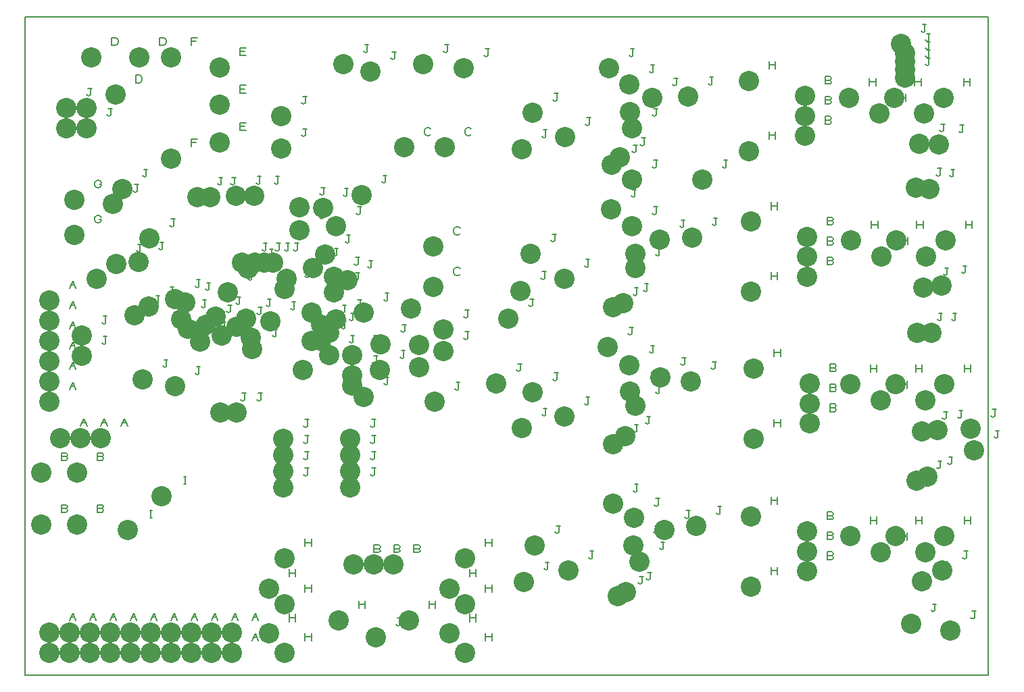
<source format=gbr>
%FSLAX24Y24*%
%MOIN*%
G04 EasyPC Gerber Version 16.0.4 Build 3240 *
%ADD78C,0.00500*%
%ADD77C,0.10000*%
X0Y0D02*
D02*
D77*
X2430Y7723D03*
Y10282D03*
X2830Y1383D03*
Y2383D03*
Y13783D03*
Y14783D03*
Y15783D03*
Y16783D03*
Y17783D03*
Y18783D03*
X3380Y11983D03*
X3680Y27283D03*
Y28283D03*
X3830Y1383D03*
Y2383D03*
X4080Y22017D03*
Y23749D03*
X4202Y7723D03*
Y10282D03*
X4380Y11983D03*
X4430Y16033D03*
Y17033D03*
X4680Y27283D03*
Y28283D03*
X4830Y1383D03*
Y2383D03*
X4911Y30783D03*
X5180Y19833D03*
X5380Y11983D03*
X5830Y1383D03*
Y2383D03*
X5980Y23533D03*
X6093Y28933D03*
X6130Y20583D03*
X6430Y24283D03*
X6695Y7448D03*
X6830Y1383D03*
Y2383D03*
X7030Y18033D03*
X7230Y20683D03*
X7274Y30783D03*
X7430Y14883D03*
X7730Y18483D03*
X7780Y21833D03*
X7830Y1383D03*
Y2383D03*
X8365Y9118D03*
X8830Y1383D03*
Y2383D03*
Y25783D03*
Y30783D03*
X9030Y14533D03*
Y18833D03*
X9330Y17833D03*
X9530Y18683D03*
X9680Y17383D03*
X9830Y1383D03*
Y2383D03*
X10130Y23883D03*
X10230Y17283D03*
X10280Y16733D03*
X10580Y17583D03*
X10780Y23883D03*
X10830Y1383D03*
Y2383D03*
X11030Y17983D03*
X11230Y26583D03*
Y28433D03*
Y30283D03*
X11280Y13233D03*
X11330Y17033D03*
X11630Y19183D03*
X11830Y1383D03*
Y2383D03*
X12030Y23933D03*
X12080Y13233D03*
Y17483D03*
X12330Y20633D03*
X12530Y17883D03*
X12630Y20333D03*
X12780Y16933D03*
X12830Y16383D03*
X12930Y23933D03*
X12980Y20633D03*
X13430D03*
X13664Y2333D03*
Y4538D03*
X13730Y17733D03*
X13880Y20633D03*
X14280Y26283D03*
Y27883D03*
X14380Y9533D03*
Y10333D03*
Y11133D03*
Y11933D03*
X14430Y19333D03*
X14452Y1388D03*
Y3790D03*
Y6034D03*
X14530Y19833D03*
X15180Y22233D03*
Y23383D03*
X15330Y15333D03*
X15780Y16783D03*
Y18183D03*
X15830Y20383D03*
X16230Y16783D03*
Y17583D03*
X16330Y23333D03*
X16430Y21033D03*
X16630Y16083D03*
Y17183D03*
X16880Y19183D03*
Y19933D03*
X16980Y17833D03*
Y22433D03*
X17098Y2983D03*
X17330Y30433D03*
X17530Y19779D03*
X17680Y9533D03*
Y10333D03*
Y11133D03*
Y11933D03*
X17780Y14563D03*
Y15063D03*
Y16063D03*
X17846Y5739D03*
X18230Y23983D03*
X18330Y14013D03*
Y18163D03*
X18680Y30083D03*
X18830Y5739D03*
X18930Y2133D03*
X19130Y15333D03*
X19180Y16613D03*
X19814Y5739D03*
X20330Y26333D03*
X20562Y2983D03*
X20680Y18383D03*
X21080Y15463D03*
Y16563D03*
X21280Y30433D03*
X21780Y19433D03*
Y21433D03*
X21830Y13763D03*
X22280Y16263D03*
Y17333D03*
X22330Y26333D03*
X22564Y2333D03*
Y4538D03*
X23280Y30233D03*
X23352Y1388D03*
Y3790D03*
Y6034D03*
X24880Y14683D03*
X25480Y17883D03*
X26080Y19233D03*
X26130Y12483D03*
Y26233D03*
X26230Y4883D03*
X26580Y21083D03*
X26680Y14233D03*
Y28033D03*
X26780Y6683D03*
X28230Y13033D03*
Y19833D03*
X28280Y26829D03*
X28430Y5433D03*
X30380Y16483D03*
X30430Y30233D03*
X30530Y23283D03*
X30580Y25479D03*
X30626Y18433D03*
X30630Y8733D03*
Y11683D03*
X30880Y4183D03*
X30980Y25833D03*
X31130Y18633D03*
X31230Y12083D03*
X31280Y4383D03*
X31430Y15583D03*
Y29433D03*
X31480Y14283D03*
Y28083D03*
X31580Y22433D03*
Y24733D03*
Y27283D03*
X31630Y6683D03*
X31680Y8033D03*
X31730Y13583D03*
Y20383D03*
Y21083D03*
X31930Y5883D03*
X32580Y28783D03*
X32930Y21783D03*
X32980Y14983D03*
X33180Y7433D03*
X34330Y28833D03*
X34480Y14783D03*
X34530Y21883D03*
X34730Y7633D03*
X35030Y24733D03*
X37330Y26151D03*
Y29616D03*
X37430Y4651D03*
Y8116D03*
Y19201D03*
Y22666D03*
X37580Y11951D03*
Y15416D03*
X40086Y26899D03*
Y27883D03*
Y28868D03*
X40186Y5399D03*
Y6383D03*
Y7368D03*
Y19949D03*
Y20933D03*
Y21918D03*
X40336Y12699D03*
Y13683D03*
Y14668D03*
X42273Y28789D03*
X42323Y7139D03*
Y14639D03*
X42373Y21739D03*
X43769Y28002D03*
X43819Y6352D03*
Y13852D03*
X43869Y20952D03*
X44517Y28789D03*
X44567Y7139D03*
Y14639D03*
X44617Y21739D03*
X44830Y31433D03*
X45030Y29783D03*
Y30183D03*
Y30583D03*
Y30983D03*
X45324Y2818D03*
X45580Y24333D03*
X45591Y9870D03*
X45630Y17183D03*
X45739Y26518D03*
X45874Y4918D03*
Y12318D03*
X45924Y19418D03*
X45974Y28002D03*
X46024Y6352D03*
Y13852D03*
X46074Y20952D03*
X46135Y10088D03*
X46230Y24283D03*
X46330Y17183D03*
X46624Y12368D03*
X46689Y26468D03*
X46824Y19517D03*
X46880Y5433D03*
X46919Y28789D03*
X46969Y7139D03*
Y14639D03*
X47019Y21739D03*
X47274Y2468D03*
X48280Y12433D03*
X48430Y11383D03*
D02*
D78*
X1630Y283D02*
X49130D01*
Y32783*
X1630*
Y283*
X3649Y8504D02*
X3711Y8473D01*
X3743Y8410*
X3711Y8348*
X3649Y8316*
X3430*
Y8691*
X3649*
X3711Y8660*
X3743Y8598*
X3711Y8535*
X3649Y8504*
X3430*
X3649Y11063D02*
X3711Y11032D01*
X3743Y10969*
X3711Y10907*
X3649Y10875*
X3430*
Y11250*
X3649*
X3711Y11219*
X3743Y11157*
X3711Y11094*
X3649Y11063*
X3430*
X3830Y1977D02*
X3986Y2352D01*
X4143Y1977*
X3893Y2133D02*
X4080D01*
X3830Y2977D02*
X3986Y3352D01*
X4143Y2977*
X3893Y3133D02*
X4080D01*
X3830Y14377D02*
X3986Y14752D01*
X4143Y14377*
X3893Y14533D02*
X4080D01*
X3830Y15377D02*
X3986Y15752D01*
X4143Y15377*
X3893Y15533D02*
X4080D01*
X3830Y16377D02*
X3986Y16752D01*
X4143Y16377*
X3893Y16533D02*
X4080D01*
X3830Y17377D02*
X3986Y17752D01*
X4143Y17377*
X3893Y17533D02*
X4080D01*
X3830Y18377D02*
X3986Y18752D01*
X4143Y18377*
X3893Y18533D02*
X4080D01*
X3830Y19377D02*
X3986Y19752D01*
X4143Y19377*
X3893Y19533D02*
X4080D01*
X4380Y12577D02*
X4536Y12952D01*
X4693Y12577*
X4443Y12733D02*
X4630D01*
X4680Y27940D02*
X4711Y27908D01*
X4774Y27877*
X4836Y27908*
X4868Y27940*
Y28252*
X4930*
X4868D02*
X4743D01*
X4680Y28940D02*
X4711Y28908D01*
X4774Y28877*
X4836Y28908*
X4868Y28940*
Y29252*
X4930*
X4868D02*
X4743D01*
X4830Y1977D02*
X4986Y2352D01*
X5143Y1977*
X4893Y2133D02*
X5080D01*
X4830Y2977D02*
X4986Y3352D01*
X5143Y2977*
X4893Y3133D02*
X5080D01*
X5299Y22767D02*
X5393D01*
Y22736*
X5361Y22673*
X5330Y22642*
X5268Y22611*
X5205*
X5143Y22642*
X5111Y22673*
X5080Y22736*
Y22861*
X5111Y22923*
X5143Y22955*
X5205Y22986*
X5268*
X5330Y22955*
X5361Y22923*
X5393Y22861*
X5299Y24499D02*
X5393D01*
Y24468*
X5361Y24406*
X5330Y24374*
X5268Y24343*
X5205*
X5143Y24374*
X5111Y24406*
X5080Y24468*
Y24593*
X5111Y24656*
X5143Y24687*
X5205Y24718*
X5268*
X5330Y24687*
X5361Y24656*
X5393Y24593*
X5420Y8504D02*
X5483Y8473D01*
X5514Y8410*
X5483Y8348*
X5420Y8316*
X5202*
Y8691*
X5420*
X5483Y8660*
X5514Y8598*
X5483Y8535*
X5420Y8504*
X5202*
X5420Y11063D02*
X5483Y11032D01*
X5514Y10969*
X5483Y10907*
X5420Y10875*
X5202*
Y11250*
X5420*
X5483Y11219*
X5514Y11157*
X5483Y11094*
X5420Y11063*
X5202*
X5380Y12577D02*
X5536Y12952D01*
X5693Y12577*
X5443Y12733D02*
X5630D01*
X5430Y16690D02*
X5461Y16658D01*
X5524Y16627*
X5586Y16658*
X5618Y16690*
Y17002*
X5680*
X5618D02*
X5493D01*
X5430Y17690D02*
X5461Y17658D01*
X5524Y17627*
X5586Y17658*
X5618Y17690*
Y18002*
X5680*
X5618D02*
X5493D01*
X5680Y27940D02*
X5711Y27908D01*
X5774Y27877*
X5836Y27908*
X5868Y27940*
Y28252*
X5930*
X5868D02*
X5743D01*
X5680Y28940D02*
X5711Y28908D01*
X5774Y28877*
X5836Y28908*
X5868Y28940*
Y29252*
X5930*
X5868D02*
X5743D01*
X5830Y1977D02*
X5986Y2352D01*
X6143Y1977*
X5893Y2133D02*
X6080D01*
X5830Y2977D02*
X5986Y3352D01*
X6143Y2977*
X5893Y3133D02*
X6080D01*
X5911Y31377D02*
Y31752D01*
X6099*
X6161Y31721*
X6193Y31690*
X6224Y31627*
Y31502*
X6193Y31440*
X6161Y31408*
X6099Y31377*
X5911*
X6180Y20490D02*
X6211Y20458D01*
X6274Y20427*
X6336Y20458*
X6368Y20490*
Y20802*
X6430*
X6368D02*
X6243D01*
X6380Y12577D02*
X6536Y12952D01*
X6693Y12577*
X6443Y12733D02*
X6630D01*
X6830Y1977D02*
X6986Y2352D01*
X7143Y1977*
X6893Y2133D02*
X7080D01*
X6830Y2977D02*
X6986Y3352D01*
X7143Y2977*
X6893Y3133D02*
X7080D01*
X6980Y24190D02*
X7011Y24158D01*
X7074Y24127*
X7136Y24158*
X7168Y24190*
Y24502*
X7230*
X7168D02*
X7043D01*
X7093Y29527D02*
Y29902D01*
X7280*
X7343Y29870*
X7374Y29839*
X7405Y29777*
Y29652*
X7374Y29589*
X7343Y29558*
X7280Y29527*
X7093*
X7130Y21240D02*
X7161Y21208D01*
X7224Y21177*
X7286Y21208*
X7318Y21240*
Y21552*
X7380*
X7318D02*
X7193D01*
X7430Y24940D02*
X7461Y24908D01*
X7524Y24877*
X7586Y24908*
X7618Y24940*
Y25252*
X7680*
X7618D02*
X7493D01*
X7789Y8042D02*
X7914D01*
X7851D02*
Y8417D01*
X7789D02*
X7914D01*
X7830Y1977D02*
X7986Y2352D01*
X8143Y1977*
X7893Y2133D02*
X8080D01*
X7830Y2977D02*
X7986Y3352D01*
X8143Y2977*
X7893Y3133D02*
X8080D01*
X8030Y18690D02*
X8061Y18658D01*
X8124Y18627*
X8186Y18658*
X8218Y18690*
Y19002*
X8280*
X8218D02*
X8093D01*
X8230Y21340D02*
X8261Y21308D01*
X8324Y21277*
X8386Y21308*
X8418Y21340*
Y21652*
X8480*
X8418D02*
X8293D01*
X8274Y31377D02*
Y31752D01*
X8461*
X8524Y31721*
X8555Y31690*
X8586Y31627*
Y31502*
X8555Y31440*
X8524Y31408*
X8461Y31377*
X8274*
X8430Y15540D02*
X8461Y15508D01*
X8524Y15477*
X8586Y15508*
X8618Y15540*
Y15852*
X8680*
X8618D02*
X8493D01*
X8730Y19140D02*
X8761Y19108D01*
X8824Y19077*
X8886Y19108*
X8918Y19140*
Y19452*
X8980*
X8918D02*
X8793D01*
X8780Y22490D02*
X8811Y22458D01*
X8874Y22427*
X8936Y22458*
X8968Y22490*
Y22802*
X9030*
X8968D02*
X8843D01*
X8830Y1977D02*
X8986Y2352D01*
X9143Y1977*
X8893Y2133D02*
X9080D01*
X8830Y2977D02*
X8986Y3352D01*
X9143Y2977*
X8893Y3133D02*
X9080D01*
X9459Y9712D02*
X9584D01*
X9521D02*
Y10087D01*
X9459D02*
X9584D01*
X9830Y1977D02*
X9986Y2352D01*
X10143Y1977*
X9893Y2133D02*
X10080D01*
X9830Y2977D02*
X9986Y3352D01*
X10143Y2977*
X9893Y3133D02*
X10080D01*
X9830Y26377D02*
Y26752D01*
X10143*
X10080Y26565D02*
X9830D01*
Y31377D02*
Y31752D01*
X10143*
X10080Y31565D02*
X9830D01*
X10030Y15190D02*
X10061Y15158D01*
X10124Y15127*
X10186Y15158*
X10218Y15190*
Y15502*
X10280*
X10218D02*
X10093D01*
X10030Y19490D02*
X10061Y19458D01*
X10124Y19427*
X10186Y19458*
X10218Y19490*
Y19802*
X10280*
X10218D02*
X10093D01*
X10330Y18490D02*
X10361Y18458D01*
X10424Y18427*
X10486Y18458*
X10518Y18490*
Y18802*
X10580*
X10518D02*
X10393D01*
X10530Y19340D02*
X10561Y19308D01*
X10624Y19277*
X10686Y19308*
X10718Y19340*
Y19652*
X10780*
X10718D02*
X10593D01*
X10680Y18040D02*
X10711Y18008D01*
X10774Y17977*
X10836Y18008*
X10868Y18040*
Y18352*
X10930*
X10868D02*
X10743D01*
X10830Y1977D02*
X10986Y2352D01*
X11143Y1977*
X10893Y2133D02*
X11080D01*
X10830Y2977D02*
X10986Y3352D01*
X11143Y2977*
X10893Y3133D02*
X11080D01*
X11130Y24540D02*
X11161Y24508D01*
X11224Y24477*
X11286Y24508*
X11318Y24540*
Y24852*
X11380*
X11318D02*
X11193D01*
X11230Y17940D02*
X11261Y17908D01*
X11324Y17877*
X11386Y17908*
X11418Y17940*
Y18252*
X11480*
X11418D02*
X11293D01*
X11280Y17390D02*
X11311Y17358D01*
X11374Y17327*
X11436Y17358*
X11468Y17390*
Y17702*
X11530*
X11468D02*
X11343D01*
X11580Y18240D02*
X11611Y18208D01*
X11674Y18177*
X11736Y18208*
X11768Y18240*
Y18552*
X11830*
X11768D02*
X11643D01*
X11780Y24540D02*
X11811Y24508D01*
X11874Y24477*
X11936Y24508*
X11968Y24540*
Y24852*
X12030*
X11968D02*
X11843D01*
X11830Y1977D02*
X11986Y2352D01*
X12143Y1977*
X11893Y2133D02*
X12080D01*
X11830Y2977D02*
X11986Y3352D01*
X12143Y2977*
X11893Y3133D02*
X12080D01*
X12030Y18640D02*
X12061Y18608D01*
X12124Y18577*
X12186Y18608*
X12218Y18640*
Y18952*
X12280*
X12218D02*
X12093D01*
X12230Y27177D02*
Y27552D01*
X12543*
X12480Y27365D02*
X12230D01*
Y27177D02*
X12543D01*
X12230Y29027D02*
Y29402D01*
X12543*
X12480Y29215D02*
X12230D01*
Y29027D02*
X12543D01*
X12230Y30877D02*
Y31252D01*
X12543*
X12480Y31065D02*
X12230D01*
Y30877D02*
X12543D01*
X12280Y13890D02*
X12311Y13858D01*
X12374Y13827*
X12436Y13858*
X12468Y13890*
Y14202*
X12530*
X12468D02*
X12343D01*
X12330Y17690D02*
X12361Y17658D01*
X12424Y17627*
X12486Y17658*
X12518Y17690*
Y18002*
X12580*
X12518D02*
X12393D01*
X12630Y19840D02*
X12661Y19808D01*
X12724Y19777*
X12786Y19808*
X12818Y19840*
Y20152*
X12880*
X12818D02*
X12693D01*
X12830Y1977D02*
X12986Y2352D01*
X13143Y1977*
X12893Y2133D02*
X13080D01*
X12830Y2977D02*
X12986Y3352D01*
X13143Y2977*
X12893Y3133D02*
X13080D01*
X13030Y24590D02*
X13061Y24558D01*
X13124Y24527*
X13186Y24558*
X13218Y24590*
Y24902*
X13280*
X13218D02*
X13093D01*
X13080Y13890D02*
X13111Y13858D01*
X13174Y13827*
X13236Y13858*
X13268Y13890*
Y14202*
X13330*
X13268D02*
X13143D01*
X13080Y18140D02*
X13111Y18108D01*
X13174Y18077*
X13236Y18108*
X13268Y18140*
Y18452*
X13330*
X13268D02*
X13143D01*
X13330Y21290D02*
X13361Y21258D01*
X13424Y21227*
X13486Y21258*
X13518Y21290*
Y21602*
X13580*
X13518D02*
X13393D01*
X13530Y18540D02*
X13561Y18508D01*
X13624Y18477*
X13686Y18508*
X13718Y18540*
Y18852*
X13780*
X13718D02*
X13593D01*
X13630Y20990D02*
X13661Y20958D01*
X13724Y20927*
X13786Y20958*
X13818Y20990*
Y21302*
X13880*
X13818D02*
X13693D01*
X13780Y17590D02*
X13811Y17558D01*
X13874Y17527*
X13936Y17558*
X13968Y17590*
Y17902*
X14030*
X13968D02*
X13843D01*
X13830Y17040D02*
X13861Y17008D01*
X13924Y16977*
X13986Y17008*
X14018Y17040*
Y17352*
X14080*
X14018D02*
X13893D01*
X13930Y24590D02*
X13961Y24558D01*
X14024Y24527*
X14086Y24558*
X14118Y24590*
Y24902*
X14180*
X14118D02*
X13993D01*
X13980Y21290D02*
X14011Y21258D01*
X14074Y21227*
X14136Y21258*
X14168Y21290*
Y21602*
X14230*
X14168D02*
X14043D01*
X14430Y21290D02*
X14461Y21258D01*
X14524Y21227*
X14586Y21258*
X14618Y21290*
Y21602*
X14680*
X14618D02*
X14493D01*
X14664Y2927D02*
Y3302D01*
Y3115D02*
X14977D01*
Y2927D02*
Y3302D01*
X14664Y5132D02*
Y5507D01*
Y5319D02*
X14977D01*
Y5132D02*
Y5507D01*
X14730Y18390D02*
X14761Y18358D01*
X14824Y18327*
X14886Y18358*
X14918Y18390*
Y18702*
X14980*
X14918D02*
X14793D01*
X14880Y21290D02*
X14911Y21258D01*
X14974Y21227*
X15036Y21258*
X15068Y21290*
Y21602*
X15130*
X15068D02*
X14943D01*
X15280Y26940D02*
X15311Y26908D01*
X15374Y26877*
X15436Y26908*
X15468Y26940*
Y27252*
X15530*
X15468D02*
X15343D01*
X15280Y28540D02*
X15311Y28508D01*
X15374Y28477*
X15436Y28508*
X15468Y28540*
Y28852*
X15530*
X15468D02*
X15343D01*
X15380Y10190D02*
X15411Y10158D01*
X15474Y10127*
X15536Y10158*
X15568Y10190*
Y10502*
X15630*
X15568D02*
X15443D01*
X15380Y10990D02*
X15411Y10958D01*
X15474Y10927*
X15536Y10958*
X15568Y10990*
Y11302*
X15630*
X15568D02*
X15443D01*
X15380Y11790D02*
X15411Y11758D01*
X15474Y11727*
X15536Y11758*
X15568Y11790*
Y12102*
X15630*
X15568D02*
X15443D01*
X15380Y12590D02*
X15411Y12558D01*
X15474Y12527*
X15536Y12558*
X15568Y12590*
Y12902*
X15630*
X15568D02*
X15443D01*
X15430Y19990D02*
X15461Y19958D01*
X15524Y19927*
X15586Y19958*
X15618Y19990*
Y20302*
X15680*
X15618D02*
X15493D01*
X15452Y1982D02*
Y2357D01*
Y2170D02*
X15764D01*
Y1982D02*
Y2357D01*
X15452Y4384D02*
Y4759D01*
Y4571D02*
X15764D01*
Y4384D02*
Y4759D01*
X15452Y6628D02*
Y7003D01*
Y6815D02*
X15764D01*
Y6628D02*
Y7003D01*
X15530Y20490D02*
X15561Y20458D01*
X15624Y20427*
X15686Y20458*
X15718Y20490*
Y20802*
X15780*
X15718D02*
X15593D01*
X16180Y22890D02*
X16211Y22858D01*
X16274Y22827*
X16336Y22858*
X16368Y22890*
Y23202*
X16430*
X16368D02*
X16243D01*
X16180Y24040D02*
X16211Y24008D01*
X16274Y23977*
X16336Y24008*
X16368Y24040*
Y24352*
X16430*
X16368D02*
X16243D01*
X16330Y15990D02*
X16361Y15958D01*
X16424Y15927*
X16486Y15958*
X16518Y15990*
Y16302*
X16580*
X16518D02*
X16393D01*
X16780Y17440D02*
X16811Y17408D01*
X16874Y17377*
X16936Y17408*
X16968Y17440*
Y17752*
X17030*
X16968D02*
X16843D01*
X16780Y18840D02*
X16811Y18808D01*
X16874Y18777*
X16936Y18808*
X16968Y18840*
Y19152*
X17030*
X16968D02*
X16843D01*
X16830Y21040D02*
X16861Y21008D01*
X16924Y20977*
X16986Y21008*
X17018Y21040*
Y21352*
X17080*
X17018D02*
X16893D01*
X17230Y17440D02*
X17261Y17408D01*
X17324Y17377*
X17386Y17408*
X17418Y17440*
Y17752*
X17480*
X17418D02*
X17293D01*
X17230Y18240D02*
X17261Y18208D01*
X17324Y18177*
X17386Y18208*
X17418Y18240*
Y18552*
X17480*
X17418D02*
X17293D01*
X17330Y23990D02*
X17361Y23958D01*
X17424Y23927*
X17486Y23958*
X17518Y23990*
Y24302*
X17580*
X17518D02*
X17393D01*
X17430Y21690D02*
X17461Y21658D01*
X17524Y21627*
X17586Y21658*
X17618Y21690*
Y22002*
X17680*
X17618D02*
X17493D01*
X17630Y16740D02*
X17661Y16708D01*
X17724Y16677*
X17786Y16708*
X17818Y16740*
Y17052*
X17880*
X17818D02*
X17693D01*
X17630Y17840D02*
X17661Y17808D01*
X17724Y17777*
X17786Y17808*
X17818Y17840*
Y18152*
X17880*
X17818D02*
X17693D01*
X17880Y19840D02*
X17911Y19808D01*
X17974Y19777*
X18036Y19808*
X18068Y19840*
Y20152*
X18130*
X18068D02*
X17943D01*
X17880Y20590D02*
X17911Y20558D01*
X17974Y20527*
X18036Y20558*
X18068Y20590*
Y20902*
X18130*
X18068D02*
X17943D01*
X17980Y18490D02*
X18011Y18458D01*
X18074Y18427*
X18136Y18458*
X18168Y18490*
Y18802*
X18230*
X18168D02*
X18043D01*
X17980Y23090D02*
X18011Y23058D01*
X18074Y23027*
X18136Y23058*
X18168Y23090*
Y23402*
X18230*
X18168D02*
X18043D01*
X18098Y3577D02*
Y3952D01*
Y3765D02*
X18410D01*
Y3577D02*
Y3952D01*
X18330Y31090D02*
X18361Y31058D01*
X18424Y31027*
X18486Y31058*
X18518Y31090*
Y31402*
X18580*
X18518D02*
X18393D01*
X18530Y20435D02*
X18561Y20404D01*
X18624Y20373*
X18686Y20404*
X18718Y20435*
Y20748*
X18780*
X18718D02*
X18593D01*
X18680Y10190D02*
X18711Y10158D01*
X18774Y10127*
X18836Y10158*
X18868Y10190*
Y10502*
X18930*
X18868D02*
X18743D01*
X18680Y10990D02*
X18711Y10958D01*
X18774Y10927*
X18836Y10958*
X18868Y10990*
Y11302*
X18930*
X18868D02*
X18743D01*
X18680Y11790D02*
X18711Y11758D01*
X18774Y11727*
X18836Y11758*
X18868Y11790*
Y12102*
X18930*
X18868D02*
X18743D01*
X18680Y12590D02*
X18711Y12558D01*
X18774Y12527*
X18836Y12558*
X18868Y12590*
Y12902*
X18930*
X18868D02*
X18743D01*
X18780Y15220D02*
X18811Y15188D01*
X18874Y15157*
X18936Y15188*
X18968Y15220*
Y15532*
X19030*
X18968D02*
X18843D01*
X18780Y15720D02*
X18811Y15688D01*
X18874Y15657*
X18936Y15688*
X18968Y15720*
Y16032*
X19030*
X18968D02*
X18843D01*
X18780Y16720D02*
X18811Y16688D01*
X18874Y16657*
X18936Y16688*
X18968Y16720*
Y17032*
X19030*
X18968D02*
X18843D01*
X19064Y6520D02*
X19127Y6489D01*
X19158Y6427*
X19127Y6364*
X19064Y6333*
X18846*
Y6708*
X19064*
X19127Y6677*
X19158Y6614*
X19127Y6552*
X19064Y6520*
X18846*
X19230Y24640D02*
X19261Y24608D01*
X19324Y24577*
X19386Y24608*
X19418Y24640*
Y24952*
X19480*
X19418D02*
X19293D01*
X19330Y14670D02*
X19361Y14638D01*
X19424Y14607*
X19486Y14638*
X19518Y14670*
Y14982*
X19580*
X19518D02*
X19393D01*
X19330Y18820D02*
X19361Y18788D01*
X19424Y18757*
X19486Y18788*
X19518Y18820*
Y19132*
X19580*
X19518D02*
X19393D01*
X19680Y30740D02*
X19711Y30708D01*
X19774Y30677*
X19836Y30708*
X19868Y30740*
Y31052*
X19930*
X19868D02*
X19743D01*
X20049Y6520D02*
X20111Y6489D01*
X20143Y6427*
X20111Y6364*
X20049Y6333*
X19830*
Y6708*
X20049*
X20111Y6677*
X20143Y6614*
X20111Y6552*
X20049Y6520*
X19830*
X19930Y2790D02*
X19961Y2758D01*
X20024Y2727*
X20086Y2758*
X20118Y2790*
Y3102*
X20180*
X20118D02*
X19993D01*
X20130Y15990D02*
X20161Y15958D01*
X20224Y15927*
X20286Y15958*
X20318Y15990*
Y16302*
X20380*
X20318D02*
X20193D01*
X20180Y17270D02*
X20211Y17238D01*
X20274Y17207*
X20336Y17238*
X20368Y17270*
Y17582*
X20430*
X20368D02*
X20243D01*
X21033Y6520D02*
X21096Y6489D01*
X21127Y6427*
X21096Y6364*
X21033Y6333*
X20814*
Y6708*
X21033*
X21096Y6677*
X21127Y6614*
X21096Y6552*
X21033Y6520*
X20814*
X21643Y26990D02*
X21611Y26958D01*
X21549Y26927*
X21455*
X21393Y26958*
X21361Y26990*
X21330Y27052*
Y27177*
X21361Y27240*
X21393Y27271*
X21455Y27302*
X21549*
X21611Y27271*
X21643Y27240*
X21562Y3577D02*
Y3952D01*
Y3765D02*
X21875D01*
Y3577D02*
Y3952D01*
X21680Y19040D02*
X21711Y19008D01*
X21774Y18977*
X21836Y19008*
X21868Y19040*
Y19352*
X21930*
X21868D02*
X21743D01*
X22080Y16120D02*
X22111Y16088D01*
X22174Y16057*
X22236Y16088*
X22268Y16120*
Y16432*
X22330*
X22268D02*
X22143D01*
X22080Y17220D02*
X22111Y17188D01*
X22174Y17157*
X22236Y17188*
X22268Y17220*
Y17532*
X22330*
X22268D02*
X22143D01*
X22280Y31090D02*
X22311Y31058D01*
X22374Y31027*
X22436Y31058*
X22468Y31090*
Y31402*
X22530*
X22468D02*
X22343D01*
X23093Y20090D02*
X23061Y20058D01*
X22999Y20027*
X22905*
X22843Y20058*
X22811Y20090*
X22780Y20152*
Y20277*
X22811Y20340*
X22843Y20371*
X22905Y20402*
X22999*
X23061Y20371*
X23093Y20340*
Y22090D02*
X23061Y22058D01*
X22999Y22027*
X22905*
X22843Y22058*
X22811Y22090*
X22780Y22152*
Y22277*
X22811Y22340*
X22843Y22371*
X22905Y22402*
X22999*
X23061Y22371*
X23093Y22340*
X22830Y14420D02*
X22861Y14388D01*
X22924Y14357*
X22986Y14388*
X23018Y14420*
Y14732*
X23080*
X23018D02*
X22893D01*
X23280Y16920D02*
X23311Y16888D01*
X23374Y16857*
X23436Y16888*
X23468Y16920*
Y17232*
X23530*
X23468D02*
X23343D01*
X23280Y17990D02*
X23311Y17958D01*
X23374Y17927*
X23436Y17958*
X23468Y17990*
Y18302*
X23530*
X23468D02*
X23343D01*
X23643Y26990D02*
X23611Y26958D01*
X23549Y26927*
X23455*
X23393Y26958*
X23361Y26990*
X23330Y27052*
Y27177*
X23361Y27240*
X23393Y27271*
X23455Y27302*
X23549*
X23611Y27271*
X23643Y27240*
X23564Y2927D02*
Y3302D01*
Y3115D02*
X23877D01*
Y2927D02*
Y3302D01*
X23564Y5132D02*
Y5507D01*
Y5319D02*
X23877D01*
Y5132D02*
Y5507D01*
X24280Y30890D02*
X24311Y30858D01*
X24374Y30827*
X24436Y30858*
X24468Y30890*
Y31202*
X24530*
X24468D02*
X24343D01*
X24352Y1982D02*
Y2357D01*
Y2170D02*
X24664D01*
Y1982D02*
Y2357D01*
X24352Y4384D02*
Y4759D01*
Y4571D02*
X24664D01*
Y4384D02*
Y4759D01*
X24352Y6628D02*
Y7003D01*
Y6815D02*
X24664D01*
Y6628D02*
Y7003D01*
X25880Y15340D02*
X25911Y15308D01*
X25974Y15277*
X26036Y15308*
X26068Y15340*
Y15652*
X26130*
X26068D02*
X25943D01*
X26480Y18540D02*
X26511Y18508D01*
X26574Y18477*
X26636Y18508*
X26668Y18540*
Y18852*
X26730*
X26668D02*
X26543D01*
X27080Y19890D02*
X27111Y19858D01*
X27174Y19827*
X27236Y19858*
X27268Y19890*
Y20202*
X27330*
X27268D02*
X27143D01*
X27130Y13140D02*
X27161Y13108D01*
X27224Y13077*
X27286Y13108*
X27318Y13140*
Y13452*
X27380*
X27318D02*
X27193D01*
X27130Y26890D02*
X27161Y26858D01*
X27224Y26827*
X27286Y26858*
X27318Y26890*
Y27202*
X27380*
X27318D02*
X27193D01*
X27230Y5540D02*
X27261Y5508D01*
X27324Y5477*
X27386Y5508*
X27418Y5540*
Y5852*
X27480*
X27418D02*
X27293D01*
X27580Y21740D02*
X27611Y21708D01*
X27674Y21677*
X27736Y21708*
X27768Y21740*
Y22052*
X27830*
X27768D02*
X27643D01*
X27680Y14890D02*
X27711Y14858D01*
X27774Y14827*
X27836Y14858*
X27868Y14890*
Y15202*
X27930*
X27868D02*
X27743D01*
X27680Y28690D02*
X27711Y28658D01*
X27774Y28627*
X27836Y28658*
X27868Y28690*
Y29002*
X27930*
X27868D02*
X27743D01*
X27780Y7340D02*
X27811Y7308D01*
X27874Y7277*
X27936Y7308*
X27968Y7340*
Y7652*
X28030*
X27968D02*
X27843D01*
X29230Y13690D02*
X29261Y13658D01*
X29324Y13627*
X29386Y13658*
X29418Y13690*
Y14002*
X29480*
X29418D02*
X29293D01*
X29230Y20490D02*
X29261Y20458D01*
X29324Y20427*
X29386Y20458*
X29418Y20490*
Y20802*
X29480*
X29418D02*
X29293D01*
X29280Y27485D02*
X29311Y27454D01*
X29374Y27423*
X29436Y27454*
X29468Y27485*
Y27798*
X29530*
X29468D02*
X29343D01*
X29430Y6090D02*
X29461Y6058D01*
X29524Y6027*
X29586Y6058*
X29618Y6090*
Y6402*
X29680*
X29618D02*
X29493D01*
X31380Y17140D02*
X31411Y17108D01*
X31474Y17077*
X31536Y17108*
X31568Y17140*
Y17452*
X31630*
X31568D02*
X31443D01*
X31430Y30890D02*
X31461Y30858D01*
X31524Y30827*
X31586Y30858*
X31618Y30890*
Y31202*
X31680*
X31618D02*
X31493D01*
X31530Y23940D02*
X31561Y23908D01*
X31624Y23877*
X31686Y23908*
X31718Y23940*
Y24252*
X31780*
X31718D02*
X31593D01*
X31580Y26135D02*
X31611Y26104D01*
X31674Y26073*
X31736Y26104*
X31768Y26135*
Y26448*
X31830*
X31768D02*
X31643D01*
X31626Y19090D02*
X31657Y19058D01*
X31719Y19027*
X31782Y19058*
X31813Y19090*
Y19402*
X31876*
X31813D02*
X31688D01*
X31630Y9390D02*
X31661Y9358D01*
X31724Y9327*
X31786Y9358*
X31818Y9390*
Y9702*
X31880*
X31818D02*
X31693D01*
X31630Y12340D02*
X31661Y12308D01*
X31724Y12277*
X31786Y12308*
X31818Y12340*
Y12652*
X31880*
X31818D02*
X31693D01*
X31880Y4840D02*
X31911Y4808D01*
X31974Y4777*
X32036Y4808*
X32068Y4840*
Y5152*
X32130*
X32068D02*
X31943D01*
X31980Y26490D02*
X32011Y26458D01*
X32074Y26427*
X32136Y26458*
X32168Y26490*
Y26802*
X32230*
X32168D02*
X32043D01*
X32130Y19290D02*
X32161Y19258D01*
X32224Y19227*
X32286Y19258*
X32318Y19290*
Y19602*
X32380*
X32318D02*
X32193D01*
X32230Y12740D02*
X32261Y12708D01*
X32324Y12677*
X32386Y12708*
X32418Y12740*
Y13052*
X32480*
X32418D02*
X32293D01*
X32280Y5040D02*
X32311Y5008D01*
X32374Y4977*
X32436Y5008*
X32468Y5040*
Y5352*
X32530*
X32468D02*
X32343D01*
X32430Y16240D02*
X32461Y16208D01*
X32524Y16177*
X32586Y16208*
X32618Y16240*
Y16552*
X32680*
X32618D02*
X32493D01*
X32430Y30090D02*
X32461Y30058D01*
X32524Y30027*
X32586Y30058*
X32618Y30090*
Y30402*
X32680*
X32618D02*
X32493D01*
X32480Y14940D02*
X32511Y14908D01*
X32574Y14877*
X32636Y14908*
X32668Y14940*
Y15252*
X32730*
X32668D02*
X32543D01*
X32480Y28740D02*
X32511Y28708D01*
X32574Y28677*
X32636Y28708*
X32668Y28740*
Y29052*
X32730*
X32668D02*
X32543D01*
X32580Y23090D02*
X32611Y23058D01*
X32674Y23027*
X32736Y23058*
X32768Y23090*
Y23402*
X32830*
X32768D02*
X32643D01*
X32580Y25390D02*
X32611Y25358D01*
X32674Y25327*
X32736Y25358*
X32768Y25390*
Y25702*
X32830*
X32768D02*
X32643D01*
X32580Y27940D02*
X32611Y27908D01*
X32674Y27877*
X32736Y27908*
X32768Y27940*
Y28252*
X32830*
X32768D02*
X32643D01*
X32630Y7340D02*
X32661Y7308D01*
X32724Y7277*
X32786Y7308*
X32818Y7340*
Y7652*
X32880*
X32818D02*
X32693D01*
X32680Y8690D02*
X32711Y8658D01*
X32774Y8627*
X32836Y8658*
X32868Y8690*
Y9002*
X32930*
X32868D02*
X32743D01*
X32730Y14240D02*
X32761Y14208D01*
X32824Y14177*
X32886Y14208*
X32918Y14240*
Y14552*
X32980*
X32918D02*
X32793D01*
X32730Y21040D02*
X32761Y21008D01*
X32824Y20977*
X32886Y21008*
X32918Y21040*
Y21352*
X32980*
X32918D02*
X32793D01*
X32730Y21740D02*
X32761Y21708D01*
X32824Y21677*
X32886Y21708*
X32918Y21740*
Y22052*
X32980*
X32918D02*
X32793D01*
X32930Y6540D02*
X32961Y6508D01*
X33024Y6477*
X33086Y6508*
X33118Y6540*
Y6852*
X33180*
X33118D02*
X32993D01*
X33580Y29440D02*
X33611Y29408D01*
X33674Y29377*
X33736Y29408*
X33768Y29440*
Y29752*
X33830*
X33768D02*
X33643D01*
X33930Y22440D02*
X33961Y22408D01*
X34024Y22377*
X34086Y22408*
X34118Y22440*
Y22752*
X34180*
X34118D02*
X33993D01*
X33980Y15640D02*
X34011Y15608D01*
X34074Y15577*
X34136Y15608*
X34168Y15640*
Y15952*
X34230*
X34168D02*
X34043D01*
X34180Y8090D02*
X34211Y8058D01*
X34274Y8027*
X34336Y8058*
X34368Y8090*
Y8402*
X34430*
X34368D02*
X34243D01*
X35330Y29490D02*
X35361Y29458D01*
X35424Y29427*
X35486Y29458*
X35518Y29490*
Y29802*
X35580*
X35518D02*
X35393D01*
X35480Y15440D02*
X35511Y15408D01*
X35574Y15377*
X35636Y15408*
X35668Y15440*
Y15752*
X35730*
X35668D02*
X35543D01*
X35530Y22540D02*
X35561Y22508D01*
X35624Y22477*
X35686Y22508*
X35718Y22540*
Y22852*
X35780*
X35718D02*
X35593D01*
X35730Y8290D02*
X35761Y8258D01*
X35824Y8227*
X35886Y8258*
X35918Y8290*
Y8602*
X35980*
X35918D02*
X35793D01*
X36030Y25390D02*
X36061Y25358D01*
X36124Y25327*
X36186Y25358*
X36218Y25390*
Y25702*
X36280*
X36218D02*
X36093D01*
X38330Y26745D02*
Y27120D01*
Y26932D02*
X38643D01*
Y26745D02*
Y27120D01*
X38330Y30209D02*
Y30584D01*
Y30397D02*
X38643D01*
Y30209D02*
Y30584D01*
X38430Y5245D02*
Y5620D01*
Y5432D02*
X38743D01*
Y5245D02*
Y5620D01*
X38430Y8709D02*
Y9084D01*
Y8897D02*
X38743D01*
Y8709D02*
Y9084D01*
X38430Y19795D02*
Y20170D01*
Y19982D02*
X38743D01*
Y19795D02*
Y20170D01*
X38430Y23259D02*
Y23634D01*
Y23447D02*
X38743D01*
Y23259D02*
Y23634D01*
X38580Y12545D02*
Y12920D01*
Y12732D02*
X38893D01*
Y12545D02*
Y12920D01*
X38580Y16009D02*
Y16384D01*
Y16197D02*
X38893D01*
Y16009D02*
Y16384D01*
X41305Y27680D02*
X41367Y27649D01*
X41398Y27587*
X41367Y27524*
X41305Y27493*
X41086*
Y27868*
X41305*
X41367Y27837*
X41398Y27774*
X41367Y27712*
X41305Y27680*
X41086*
X41305Y28665D02*
X41367Y28633D01*
X41398Y28571*
X41367Y28508*
X41305Y28477*
X41086*
Y28852*
X41305*
X41367Y28821*
X41398Y28758*
X41367Y28696*
X41305Y28665*
X41086*
X41305Y29649D02*
X41367Y29618D01*
X41398Y29555*
X41367Y29493*
X41305Y29461*
X41086*
Y29836*
X41305*
X41367Y29805*
X41398Y29743*
X41367Y29680*
X41305Y29649*
X41086*
X41405Y6180D02*
X41467Y6149D01*
X41498Y6087*
X41467Y6024*
X41405Y5993*
X41186*
Y6368*
X41405*
X41467Y6337*
X41498Y6274*
X41467Y6212*
X41405Y6180*
X41186*
X41405Y7165D02*
X41467Y7133D01*
X41498Y7071*
X41467Y7008*
X41405Y6977*
X41186*
Y7352*
X41405*
X41467Y7321*
X41498Y7258*
X41467Y7196*
X41405Y7165*
X41186*
X41405Y8149D02*
X41467Y8118D01*
X41498Y8055*
X41467Y7993*
X41405Y7961*
X41186*
Y8336*
X41405*
X41467Y8305*
X41498Y8243*
X41467Y8180*
X41405Y8149*
X41186*
X41405Y20730D02*
X41467Y20699D01*
X41498Y20637*
X41467Y20574*
X41405Y20543*
X41186*
Y20918*
X41405*
X41467Y20887*
X41498Y20824*
X41467Y20762*
X41405Y20730*
X41186*
X41405Y21715D02*
X41467Y21683D01*
X41498Y21621*
X41467Y21558*
X41405Y21527*
X41186*
Y21902*
X41405*
X41467Y21871*
X41498Y21808*
X41467Y21746*
X41405Y21715*
X41186*
X41405Y22699D02*
X41467Y22668D01*
X41498Y22605*
X41467Y22543*
X41405Y22511*
X41186*
Y22886*
X41405*
X41467Y22855*
X41498Y22793*
X41467Y22730*
X41405Y22699*
X41186*
X41555Y13480D02*
X41617Y13449D01*
X41648Y13387*
X41617Y13324*
X41555Y13293*
X41336*
Y13668*
X41555*
X41617Y13637*
X41648Y13574*
X41617Y13512*
X41555Y13480*
X41336*
X41555Y14465D02*
X41617Y14433D01*
X41648Y14371*
X41617Y14308*
X41555Y14277*
X41336*
Y14652*
X41555*
X41617Y14621*
X41648Y14558*
X41617Y14496*
X41555Y14465*
X41336*
X41555Y15449D02*
X41617Y15418D01*
X41648Y15355*
X41617Y15293*
X41555Y15261*
X41336*
Y15636*
X41555*
X41617Y15605*
X41648Y15543*
X41617Y15480*
X41555Y15449*
X41336*
X43273Y29383D02*
Y29758D01*
Y29570D02*
X43586D01*
Y29383D02*
Y29758D01*
X43323Y7733D02*
Y8108D01*
Y7920D02*
X43636D01*
Y7733D02*
Y8108D01*
X43323Y15233D02*
Y15608D01*
Y15420D02*
X43636D01*
Y15233D02*
Y15608D01*
X43373Y22333D02*
Y22708D01*
Y22520D02*
X43686D01*
Y22333D02*
Y22708D01*
X44769Y28596D02*
Y28971D01*
Y28783D02*
X45082D01*
Y28596D02*
Y28971D01*
X44819Y6946D02*
Y7321D01*
Y7133D02*
X45132D01*
Y6946D02*
Y7321D01*
X44819Y14446D02*
Y14821D01*
Y14633D02*
X45132D01*
Y14446D02*
Y14821D01*
X44869Y21546D02*
Y21921D01*
Y21733D02*
X45182D01*
Y21546D02*
Y21921D01*
X45517Y29383D02*
Y29758D01*
Y29570D02*
X45830D01*
Y29383D02*
Y29758D01*
X45567Y7733D02*
Y8108D01*
Y7920D02*
X45880D01*
Y7733D02*
Y8108D01*
X45567Y15233D02*
Y15608D01*
Y15420D02*
X45880D01*
Y15233D02*
Y15608D01*
X45617Y22333D02*
Y22708D01*
Y22520D02*
X45930D01*
Y22333D02*
Y22708D01*
X45830Y32090D02*
X45861Y32058D01*
X45924Y32027*
X45986Y32058*
X46018Y32090*
Y32402*
X46080*
X46018D02*
X45893D01*
X46030Y30440D02*
X46061Y30408D01*
X46124Y30377*
X46186Y30408*
X46218Y30440*
Y30752*
X46280*
X46218D02*
X46093D01*
X46030Y30840D02*
X46061Y30808D01*
X46124Y30777*
X46186Y30808*
X46218Y30840*
Y31152*
X46280*
X46218D02*
X46093D01*
X46030Y31240D02*
X46061Y31208D01*
X46124Y31177*
X46186Y31208*
X46218Y31240*
Y31552*
X46280*
X46218D02*
X46093D01*
X46030Y31640D02*
X46061Y31608D01*
X46124Y31577*
X46186Y31608*
X46218Y31640*
Y31952*
X46280*
X46218D02*
X46093D01*
X46324Y3474D02*
X46355Y3443D01*
X46418Y3411*
X46480Y3443*
X46512Y3474*
Y3786*
X46574*
X46512D02*
X46387D01*
X46580Y24990D02*
X46611Y24958D01*
X46674Y24927*
X46736Y24958*
X46768Y24990*
Y25302*
X46830*
X46768D02*
X46643D01*
X46591Y10526D02*
X46622Y10495D01*
X46685Y10464*
X46747Y10495*
X46779Y10526*
Y10839*
X46841*
X46779D02*
X46654D01*
X46630Y17840D02*
X46661Y17808D01*
X46724Y17777*
X46786Y17808*
X46818Y17840*
Y18152*
X46880*
X46818D02*
X46693D01*
X46739Y27174D02*
X46771Y27143D01*
X46833Y27111*
X46896Y27143*
X46927Y27174*
Y27486*
X46989*
X46927D02*
X46802D01*
X46874Y5574D02*
X46905Y5543D01*
X46968Y5511*
X47030Y5543*
X47062Y5574*
Y5886*
X47124*
X47062D02*
X46937D01*
X46874Y12974D02*
X46905Y12943D01*
X46968Y12911*
X47030Y12943*
X47062Y12974*
Y13286*
X47124*
X47062D02*
X46937D01*
X46924Y20074D02*
X46955Y20043D01*
X47018Y20011*
X47080Y20043*
X47112Y20074*
Y20386*
X47174*
X47112D02*
X46987D01*
X46974Y28596D02*
Y28971D01*
Y28783D02*
X47287D01*
Y28596D02*
Y28971D01*
X47024Y6946D02*
Y7321D01*
Y7133D02*
X47337D01*
Y6946D02*
Y7321D01*
X47024Y14446D02*
Y14821D01*
Y14633D02*
X47337D01*
Y14446D02*
Y14821D01*
X47074Y21546D02*
Y21921D01*
Y21733D02*
X47387D01*
Y21546D02*
Y21921D01*
X47135Y10744D02*
X47167Y10713D01*
X47229Y10682*
X47292Y10713*
X47323Y10744*
Y11057*
X47385*
X47323D02*
X47198D01*
X47230Y24940D02*
X47261Y24908D01*
X47324Y24877*
X47386Y24908*
X47418Y24940*
Y25252*
X47480*
X47418D02*
X47293D01*
X47330Y17840D02*
X47361Y17808D01*
X47424Y17777*
X47486Y17808*
X47518Y17840*
Y18152*
X47580*
X47518D02*
X47393D01*
X47624Y13024D02*
X47655Y12993D01*
X47718Y12961*
X47780Y12993*
X47812Y13024*
Y13336*
X47874*
X47812D02*
X47687D01*
X47689Y27124D02*
X47721Y27093D01*
X47783Y27061*
X47846Y27093*
X47877Y27124*
Y27436*
X47939*
X47877D02*
X47752D01*
X47824Y20173D02*
X47855Y20142D01*
X47917Y20111*
X47980Y20142*
X48011Y20173*
Y20486*
X48074*
X48011D02*
X47886D01*
X47880Y6090D02*
X47911Y6058D01*
X47974Y6027*
X48036Y6058*
X48068Y6090*
Y6402*
X48130*
X48068D02*
X47943D01*
X47919Y29383D02*
Y29758D01*
Y29570D02*
X48231D01*
Y29383D02*
Y29758D01*
X47969Y7733D02*
Y8108D01*
Y7920D02*
X48281D01*
Y7733D02*
Y8108D01*
X47969Y15233D02*
Y15608D01*
Y15420D02*
X48281D01*
Y15233D02*
Y15608D01*
X48019Y22333D02*
Y22708D01*
Y22520D02*
X48331D01*
Y22333D02*
Y22708D01*
X48274Y3124D02*
X48305Y3093D01*
X48368Y3061*
X48430Y3093*
X48462Y3124*
Y3436*
X48524*
X48462D02*
X48337D01*
X49280Y13090D02*
X49311Y13058D01*
X49374Y13027*
X49436Y13058*
X49468Y13090*
Y13402*
X49530*
X49468D02*
X49343D01*
X49430Y12040D02*
X49461Y12008D01*
X49524Y11977*
X49586Y12008*
X49618Y12040*
Y12352*
X49680*
X49618D02*
X49493D01*
X0Y0D02*
M02*

</source>
